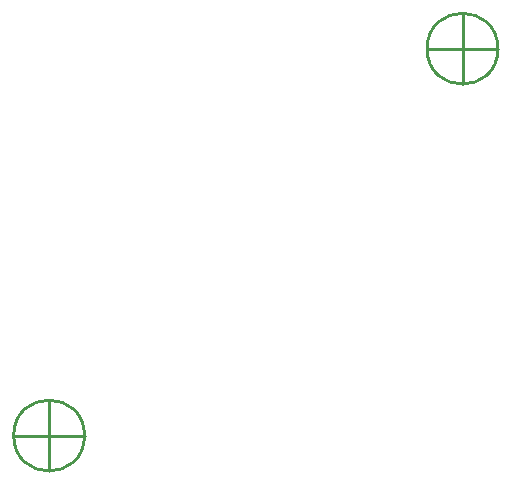
<source format=gbr>
%TF.GenerationSoftware,KiCad,Pcbnew,7.0.1*%
%TF.CreationDate,2023-08-30T01:48:52-03:00*%
%TF.ProjectId,IOT-V2,494f542d-5632-42e6-9b69-6361645f7063,rev?*%
%TF.SameCoordinates,Original*%
%TF.FileFunction,Legend,Bot*%
%TF.FilePolarity,Positive*%
%FSLAX46Y46*%
G04 Gerber Fmt 4.6, Leading zero omitted, Abs format (unit mm)*
G04 Created by KiCad (PCBNEW 7.0.1) date 2023-08-30 01:48:52*
%MOMM*%
%LPD*%
G01*
G04 APERTURE LIST*
%ADD10C,0.254000*%
G04 APERTURE END LIST*
D10*
%TO.C,H1*%
X127000000Y-82250000D02*
X133000000Y-82250000D01*
X130000000Y-79250000D02*
X130000000Y-85250000D01*
X133000000Y-82250000D02*
G75*
G03*
X133000000Y-82250000I-3000000J0D01*
G01*
%TO.C,H2*%
X92000000Y-115000000D02*
X98000000Y-115000000D01*
X95000000Y-112000000D02*
X95000000Y-118000000D01*
X98000000Y-115000000D02*
G75*
G03*
X98000000Y-115000000I-3000000J0D01*
G01*
%TD*%
M02*

</source>
